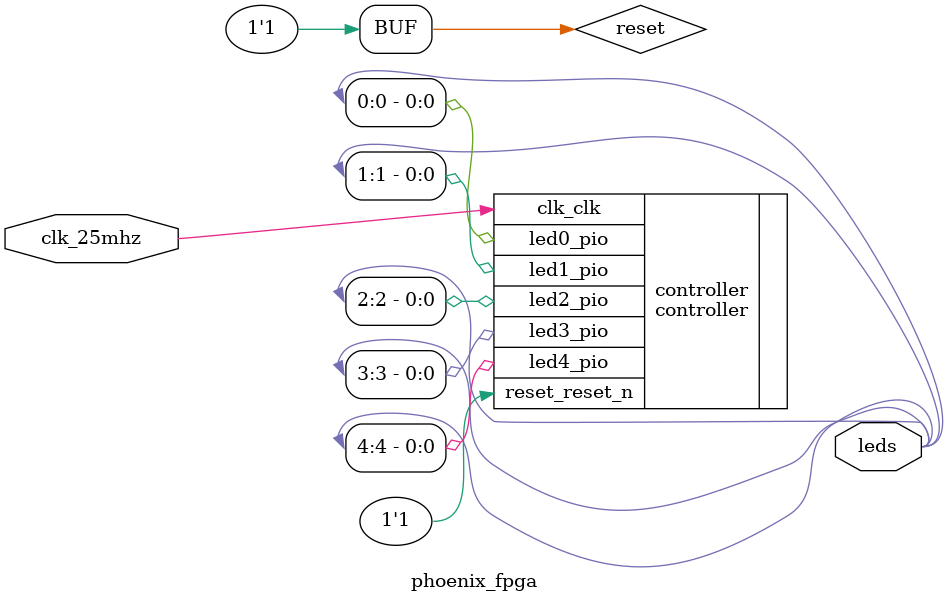
<source format=sv>
module phoenix_fpga
(
  input	clk_25mhz,
  output [4:0] leds
);

logic reset = 1'b1;

controller controller
(
  .clk_clk(clk_25mhz),
	.reset_reset_n(reset),
  .led0_pio(leds[0]),
	.led1_pio(leds[1]),
	.led2_pio(leds[2]),
	.led3_pio(leds[3]),
	.led4_pio(leds[4])
);

endmodule
</source>
